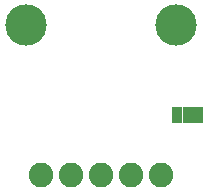
<source format=gbr>
G04 EAGLE Gerber RS-274X export*
G75*
%MOMM*%
%FSLAX34Y34*%
%LPD*%
%INSoldermask Bottom*%
%IPPOS*%
%AMOC8*
5,1,8,0,0,1.08239X$1,22.5*%
G01*
%ADD10C,2.082800*%
%ADD11C,3.505200*%
%ADD12R,0.838200X1.473200*%


D10*
X38100Y12700D03*
X63500Y12700D03*
X88900Y12700D03*
X114300Y12700D03*
X139700Y12700D03*
D11*
X25400Y139700D03*
X152400Y139700D03*
D12*
X171450Y63500D03*
X162560Y63500D03*
X153670Y63500D03*
M02*

</source>
